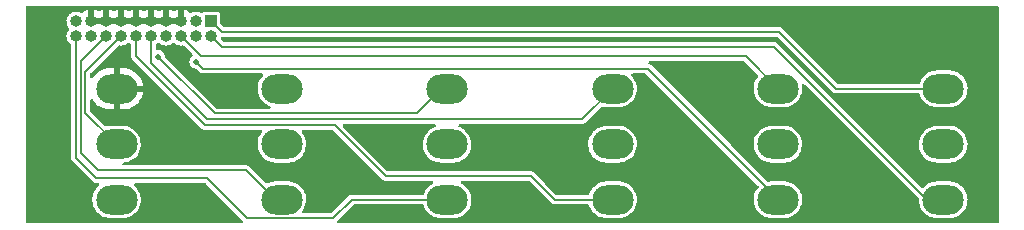
<source format=gbl>
%TF.GenerationSoftware,KiCad,Pcbnew,(6.0.11)*%
%TF.CreationDate,2023-08-12T22:25:01-04:00*%
%TF.ProjectId,FP_SW_rev_21,46505f53-575f-4726-9576-5f32312e6b69,rev?*%
%TF.SameCoordinates,Original*%
%TF.FileFunction,Copper,L2,Bot*%
%TF.FilePolarity,Positive*%
%FSLAX46Y46*%
G04 Gerber Fmt 4.6, Leading zero omitted, Abs format (unit mm)*
G04 Created by KiCad (PCBNEW (6.0.11)) date 2023-08-12 22:25:01*
%MOMM*%
%LPD*%
G01*
G04 APERTURE LIST*
%TA.AperFunction,ComponentPad*%
%ADD10R,1.000000X1.000000*%
%TD*%
%TA.AperFunction,ComponentPad*%
%ADD11O,1.000000X1.000000*%
%TD*%
%TA.AperFunction,ComponentPad*%
%ADD12O,3.500000X2.500000*%
%TD*%
%TA.AperFunction,ViaPad*%
%ADD13C,0.500000*%
%TD*%
%TA.AperFunction,Conductor*%
%ADD14C,0.200000*%
%TD*%
G04 APERTURE END LIST*
D10*
%TO.P,J1,1,Pin_1*%
%TO.N,/-20dB_SW__IN*%
X123000000Y-89575000D03*
D11*
%TO.P,J1,2,Pin_2*%
%TO.N,/+20dB_SW__IN*%
X123000000Y-90845000D03*
%TO.P,J1,3,Pin_3*%
%TO.N,/INPUT_HP_SW_IN*%
X121730000Y-89575000D03*
%TO.P,J1,4,Pin_4*%
%TO.N,/WB_SW__IN*%
X121730000Y-90845000D03*
%TO.P,J1,5,Pin_5*%
%TO.N,GND*%
X120460000Y-89575000D03*
%TO.P,J1,6,Pin_6*%
%TO.N,/10Hz_LP_SW__IN*%
X120460000Y-90845000D03*
%TO.P,J1,7,Pin_7*%
%TO.N,GND*%
X119190000Y-89575000D03*
%TO.P,J1,8,Pin_8*%
%TO.N,/10kHz_LP_SW__IN*%
X119190000Y-90845000D03*
%TO.P,J1,9,Pin_9*%
%TO.N,GND*%
X117920000Y-89575000D03*
%TO.P,J1,10,Pin_10*%
%TO.N,/0.1Hz_Fc_SW__IN*%
X117920000Y-90845000D03*
%TO.P,J1,11,Pin_11*%
%TO.N,GND*%
X116650000Y-89575000D03*
%TO.P,J1,12,Pin_12*%
%TO.N,/SETTLE_SW__IN*%
X116650000Y-90845000D03*
%TO.P,J1,13,Pin_13*%
%TO.N,GND*%
X115380000Y-89575000D03*
%TO.P,J1,14,Pin_14*%
%TO.N,/K1_SW__IN*%
X115380000Y-90845000D03*
%TO.P,J1,15,Pin_15*%
%TO.N,GND*%
X114110000Y-89575000D03*
%TO.P,J1,16,Pin_16*%
%TO.N,/K2_SW__IN*%
X114110000Y-90845000D03*
%TO.P,J1,17,Pin_17*%
%TO.N,GND*%
X112840000Y-89575000D03*
%TO.P,J1,18,Pin_18*%
%TO.N,/K3_SW__IN*%
X112840000Y-90845000D03*
%TO.P,J1,19,Pin_19*%
%TO.N,+3V3*%
X111570000Y-89575000D03*
%TO.P,J1,20,Pin_20*%
%TO.N,/K4_SW__IN*%
X111570000Y-90845000D03*
%TD*%
D12*
%TO.P,SW5,1,A*%
%TO.N,/WB_SW__IN*%
X171000000Y-104700000D03*
%TO.P,SW5,2,B*%
%TO.N,+3V3*%
X171000000Y-100000000D03*
%TO.P,SW5,3,C*%
%TO.N,/10Hz_LP_SW__IN*%
X171000000Y-95300000D03*
%TD*%
%TO.P,SW1,1,A*%
%TO.N,+3V3*%
X115000000Y-104700000D03*
%TO.P,SW1,2,B*%
%TO.N,/K1_SW__IN*%
X115000000Y-100000000D03*
%TO.P,SW1,3,C*%
%TO.N,GND*%
X115000000Y-95300000D03*
%TD*%
%TO.P,SW2,1,A*%
%TO.N,/K2_SW__IN*%
X129000000Y-104700000D03*
%TO.P,SW2,2,B*%
%TO.N,+3V3*%
X129000000Y-100000000D03*
%TO.P,SW2,3,C*%
%TO.N,/INPUT_HP_SW_IN*%
X129000000Y-95300000D03*
%TD*%
%TO.P,SW6,1,A*%
%TO.N,/+20dB_SW__IN*%
X185000000Y-104700000D03*
%TO.P,SW6,2,B*%
%TO.N,+3V3*%
X185000000Y-100000000D03*
%TO.P,SW6,3,C*%
%TO.N,/-20dB_SW__IN*%
X185000000Y-95300000D03*
%TD*%
%TO.P,SW3,1,A*%
%TO.N,/K4_SW__IN*%
X143000000Y-104700000D03*
%TO.P,SW3,2,B*%
%TO.N,+3V3*%
X143000000Y-100000000D03*
%TO.P,SW3,3,C*%
%TO.N,/K3_SW__IN*%
X143000000Y-95300000D03*
%TD*%
%TO.P,SW4,1,A*%
%TO.N,/SETTLE_SW__IN*%
X157000000Y-104700000D03*
%TO.P,SW4,2,B*%
%TO.N,+3V3*%
X157000000Y-100000000D03*
%TO.P,SW4,3,C*%
%TO.N,/0.1Hz_Fc_SW__IN*%
X157000000Y-95300000D03*
%TD*%
D13*
%TO.N,GND*%
X122000000Y-105600000D03*
X121000000Y-93700000D03*
X150100000Y-105600000D03*
X176200000Y-105600000D03*
X135900000Y-105600000D03*
%TO.N,/WB_SW__IN*%
X121730000Y-93030000D03*
%TO.N,/K3_SW__IN*%
X118549500Y-92600000D03*
%TD*%
D14*
%TO.N,/-20dB_SW__IN*%
X175900000Y-95300000D02*
X171100000Y-90500000D01*
X123925000Y-90500000D02*
X123000000Y-89575000D01*
X171100000Y-90500000D02*
X123925000Y-90500000D01*
X185000000Y-95300000D02*
X175900000Y-95300000D01*
%TO.N,/+20dB_SW__IN*%
X123925000Y-91770000D02*
X170670000Y-91770000D01*
X123000000Y-90845000D02*
X123925000Y-91770000D01*
X170670000Y-91770000D02*
X183600000Y-104700000D01*
%TO.N,/WB_SW__IN*%
X122300000Y-93600000D02*
X160000000Y-93600000D01*
X160000000Y-93600000D02*
X171000000Y-104600000D01*
X121730000Y-93030000D02*
X122300000Y-93600000D01*
%TO.N,/10Hz_LP_SW__IN*%
X168270000Y-92570000D02*
X171000000Y-95300000D01*
X122185000Y-92570000D02*
X168270000Y-92570000D01*
X120460000Y-90845000D02*
X122185000Y-92570000D01*
%TO.N,/0.1Hz_Fc_SW__IN*%
X117920000Y-93120000D02*
X122700000Y-97900000D01*
X154400000Y-97900000D02*
X157000000Y-95300000D01*
X117920000Y-90845000D02*
X117920000Y-93120000D01*
X122700000Y-97900000D02*
X154400000Y-97900000D01*
%TO.N,/SETTLE_SW__IN*%
X150100000Y-102700000D02*
X152100000Y-104700000D01*
X116650000Y-92550000D02*
X122500000Y-98400000D01*
X116650000Y-90845000D02*
X116650000Y-92550000D01*
X152100000Y-104700000D02*
X157000000Y-104700000D01*
X133500000Y-98400000D02*
X137800000Y-102700000D01*
X137800000Y-102700000D02*
X150100000Y-102700000D01*
X122500000Y-98400000D02*
X133500000Y-98400000D01*
%TO.N,/K4_SW__IN*%
X126050000Y-106250000D02*
X133350000Y-106250000D01*
X122700000Y-102900000D02*
X126050000Y-106250000D01*
X111570000Y-90845000D02*
X111570000Y-101170000D01*
X113300000Y-102900000D02*
X122700000Y-102900000D01*
X111570000Y-101170000D02*
X113300000Y-102900000D01*
X133350000Y-106250000D02*
X134900000Y-104700000D01*
X134900000Y-104700000D02*
X143000000Y-104700000D01*
%TO.N,/K3_SW__IN*%
X143000000Y-95300000D02*
X142500000Y-95300000D01*
X118549500Y-92649500D02*
X118549500Y-92600000D01*
X123300000Y-97400000D02*
X118549500Y-92649500D01*
X140400000Y-97400000D02*
X123300000Y-97400000D01*
X142500000Y-95300000D02*
X140400000Y-97400000D01*
%TO.N,/K2_SW__IN*%
X128500000Y-104700000D02*
X129000000Y-104700000D01*
X126000000Y-102200000D02*
X128500000Y-104700000D01*
X111969501Y-92985499D02*
X111969501Y-100769501D01*
X113400000Y-102200000D02*
X126000000Y-102200000D01*
X114110000Y-90845000D02*
X111969501Y-92985499D01*
X111969501Y-100769501D02*
X113400000Y-102200000D01*
%TO.N,/K1_SW__IN*%
X112369002Y-93855998D02*
X115380000Y-90845000D01*
X112369002Y-97369002D02*
X112369002Y-93855998D01*
X115000000Y-100000000D02*
X112369002Y-97369002D01*
%TD*%
%TA.AperFunction,Conductor*%
%TO.N,GND*%
G36*
X189641621Y-88320502D02*
G01*
X189688114Y-88374158D01*
X189699500Y-88426500D01*
X189699500Y-106573500D01*
X189679498Y-106641621D01*
X189625842Y-106688114D01*
X189573500Y-106699500D01*
X133771083Y-106699500D01*
X133702962Y-106679498D01*
X133656469Y-106625842D01*
X133646365Y-106555568D01*
X133675859Y-106490988D01*
X133681988Y-106484405D01*
X135028988Y-105137405D01*
X135091300Y-105103379D01*
X135118083Y-105100500D01*
X140906622Y-105100500D01*
X140974743Y-105120502D01*
X141021236Y-105174158D01*
X141027857Y-105192180D01*
X141042017Y-105242219D01*
X141147462Y-105468348D01*
X141287706Y-105674710D01*
X141459138Y-105855994D01*
X141657349Y-106007538D01*
X141877239Y-106125443D01*
X142113152Y-106206674D01*
X142241099Y-106228774D01*
X142355107Y-106248467D01*
X142355113Y-106248468D01*
X142359017Y-106249142D01*
X142362978Y-106249322D01*
X142362979Y-106249322D01*
X142387503Y-106250436D01*
X142387522Y-106250436D01*
X142388922Y-106250500D01*
X143562691Y-106250500D01*
X143565199Y-106250298D01*
X143565204Y-106250298D01*
X143743661Y-106235940D01*
X143743666Y-106235939D01*
X143748702Y-106235534D01*
X143753610Y-106234329D01*
X143753613Y-106234328D01*
X143986092Y-106177225D01*
X143991006Y-106176018D01*
X143995658Y-106174043D01*
X143995662Y-106174042D01*
X144216022Y-106080505D01*
X144216023Y-106080505D01*
X144220677Y-106078529D01*
X144431808Y-105945573D01*
X144529923Y-105859073D01*
X144615168Y-105783920D01*
X144615171Y-105783917D01*
X144618965Y-105780572D01*
X144777334Y-105587770D01*
X144902840Y-105372128D01*
X144992255Y-105139195D01*
X144996161Y-105120502D01*
X145042243Y-104899915D01*
X145043278Y-104894961D01*
X145054596Y-104645712D01*
X145046842Y-104578689D01*
X145026501Y-104402890D01*
X145025919Y-104397860D01*
X145009180Y-104338704D01*
X144959360Y-104162648D01*
X144957983Y-104157781D01*
X144895366Y-104023497D01*
X144854675Y-103936234D01*
X144854673Y-103936230D01*
X144852538Y-103931652D01*
X144712294Y-103725290D01*
X144597762Y-103604176D01*
X144544344Y-103547688D01*
X144544343Y-103547687D01*
X144540862Y-103544006D01*
X144342651Y-103392462D01*
X144240230Y-103337544D01*
X144189647Y-103287726D01*
X144174028Y-103218468D01*
X144198332Y-103151761D01*
X144254842Y-103108783D01*
X144299772Y-103100500D01*
X149881917Y-103100500D01*
X149950038Y-103120502D01*
X149971012Y-103137405D01*
X150986807Y-104153199D01*
X151861658Y-105028050D01*
X151870492Y-105032551D01*
X151870493Y-105032552D01*
X151881259Y-105038038D01*
X151898116Y-105048368D01*
X151907885Y-105055466D01*
X151907888Y-105055467D01*
X151915910Y-105061296D01*
X151936834Y-105068095D01*
X151955094Y-105075659D01*
X151965859Y-105081144D01*
X151965863Y-105081145D01*
X151974696Y-105085646D01*
X151984487Y-105087197D01*
X151984488Y-105087197D01*
X151996422Y-105089087D01*
X152015647Y-105093703D01*
X152027132Y-105097435D01*
X152027136Y-105097436D01*
X152036567Y-105100500D01*
X154906622Y-105100500D01*
X154974743Y-105120502D01*
X155021236Y-105174158D01*
X155027857Y-105192180D01*
X155042017Y-105242219D01*
X155147462Y-105468348D01*
X155287706Y-105674710D01*
X155459138Y-105855994D01*
X155657349Y-106007538D01*
X155877239Y-106125443D01*
X156113152Y-106206674D01*
X156241099Y-106228774D01*
X156355107Y-106248467D01*
X156355113Y-106248468D01*
X156359017Y-106249142D01*
X156362978Y-106249322D01*
X156362979Y-106249322D01*
X156387503Y-106250436D01*
X156387522Y-106250436D01*
X156388922Y-106250500D01*
X157562691Y-106250500D01*
X157565199Y-106250298D01*
X157565204Y-106250298D01*
X157743661Y-106235940D01*
X157743666Y-106235939D01*
X157748702Y-106235534D01*
X157753610Y-106234329D01*
X157753613Y-106234328D01*
X157986092Y-106177225D01*
X157991006Y-106176018D01*
X157995658Y-106174043D01*
X157995662Y-106174042D01*
X158216022Y-106080505D01*
X158216023Y-106080505D01*
X158220677Y-106078529D01*
X158431808Y-105945573D01*
X158529923Y-105859073D01*
X158615168Y-105783920D01*
X158615171Y-105783917D01*
X158618965Y-105780572D01*
X158777334Y-105587770D01*
X158902840Y-105372128D01*
X158992255Y-105139195D01*
X158996161Y-105120502D01*
X159042243Y-104899915D01*
X159043278Y-104894961D01*
X159054596Y-104645712D01*
X159046842Y-104578689D01*
X159026501Y-104402890D01*
X159025919Y-104397860D01*
X159009180Y-104338704D01*
X158959360Y-104162648D01*
X158957983Y-104157781D01*
X158895366Y-104023497D01*
X158854675Y-103936234D01*
X158854673Y-103936230D01*
X158852538Y-103931652D01*
X158712294Y-103725290D01*
X158597762Y-103604176D01*
X158544344Y-103547688D01*
X158544343Y-103547687D01*
X158540862Y-103544006D01*
X158342651Y-103392462D01*
X158122761Y-103274557D01*
X157886848Y-103193326D01*
X157758901Y-103171226D01*
X157644893Y-103151533D01*
X157644887Y-103151532D01*
X157640983Y-103150858D01*
X157637022Y-103150678D01*
X157637021Y-103150678D01*
X157612497Y-103149564D01*
X157612478Y-103149564D01*
X157611078Y-103149500D01*
X156437309Y-103149500D01*
X156434801Y-103149702D01*
X156434796Y-103149702D01*
X156256339Y-103164060D01*
X156256334Y-103164061D01*
X156251298Y-103164466D01*
X156246390Y-103165671D01*
X156246387Y-103165672D01*
X156031443Y-103218468D01*
X156008994Y-103223982D01*
X156004342Y-103225957D01*
X156004338Y-103225958D01*
X155793347Y-103315518D01*
X155779323Y-103321471D01*
X155568192Y-103454427D01*
X155564398Y-103457772D01*
X155384832Y-103616080D01*
X155384829Y-103616083D01*
X155381035Y-103619428D01*
X155222666Y-103812230D01*
X155097160Y-104027872D01*
X155095347Y-104032595D01*
X155095346Y-104032597D01*
X155023925Y-104218655D01*
X154980839Y-104275083D01*
X154914086Y-104299259D01*
X154906294Y-104299500D01*
X152318082Y-104299500D01*
X152249961Y-104279498D01*
X152228987Y-104262595D01*
X151303937Y-103337544D01*
X150360909Y-102394516D01*
X150360905Y-102394513D01*
X150338342Y-102371950D01*
X150318746Y-102361965D01*
X150301893Y-102351639D01*
X150284090Y-102338704D01*
X150263166Y-102331905D01*
X150244906Y-102324341D01*
X150234141Y-102318856D01*
X150234137Y-102318855D01*
X150225304Y-102314354D01*
X150215513Y-102312803D01*
X150215512Y-102312803D01*
X150203578Y-102310913D01*
X150184353Y-102306297D01*
X150172868Y-102302565D01*
X150172864Y-102302564D01*
X150163433Y-102299500D01*
X138018082Y-102299500D01*
X137949961Y-102279498D01*
X137928987Y-102262595D01*
X134181988Y-98515595D01*
X134147962Y-98453283D01*
X134153027Y-98382467D01*
X134195574Y-98325632D01*
X134262094Y-98300821D01*
X134271083Y-98300500D01*
X141916174Y-98300500D01*
X141984295Y-98320502D01*
X142030788Y-98374158D01*
X142040892Y-98444432D01*
X142011398Y-98509012D01*
X141965406Y-98542484D01*
X141779323Y-98621471D01*
X141568192Y-98754427D01*
X141564398Y-98757772D01*
X141384832Y-98916080D01*
X141384829Y-98916083D01*
X141381035Y-98919428D01*
X141377825Y-98923336D01*
X141377824Y-98923337D01*
X141356058Y-98949835D01*
X141222666Y-99112230D01*
X141097160Y-99327872D01*
X141007745Y-99560805D01*
X140956722Y-99805039D01*
X140945404Y-100054288D01*
X140974081Y-100302140D01*
X141042017Y-100542219D01*
X141147462Y-100768348D01*
X141287706Y-100974710D01*
X141459138Y-101155994D01*
X141463164Y-101159072D01*
X141463165Y-101159073D01*
X141652906Y-101304141D01*
X141657349Y-101307538D01*
X141877239Y-101425443D01*
X142113152Y-101506674D01*
X142241099Y-101528774D01*
X142355107Y-101548467D01*
X142355113Y-101548468D01*
X142359017Y-101549142D01*
X142362978Y-101549322D01*
X142362979Y-101549322D01*
X142387503Y-101550436D01*
X142387522Y-101550436D01*
X142388922Y-101550500D01*
X143562691Y-101550500D01*
X143565199Y-101550298D01*
X143565204Y-101550298D01*
X143743661Y-101535940D01*
X143743666Y-101535939D01*
X143748702Y-101535534D01*
X143753610Y-101534329D01*
X143753613Y-101534328D01*
X143986092Y-101477225D01*
X143991006Y-101476018D01*
X143995658Y-101474043D01*
X143995662Y-101474042D01*
X144216022Y-101380505D01*
X144216023Y-101380505D01*
X144220677Y-101378529D01*
X144431808Y-101245573D01*
X144529923Y-101159073D01*
X144615168Y-101083920D01*
X144615171Y-101083917D01*
X144618965Y-101080572D01*
X144777334Y-100887770D01*
X144902840Y-100672128D01*
X144929143Y-100603608D01*
X144990443Y-100443915D01*
X144992255Y-100439195D01*
X145043278Y-100194961D01*
X145049666Y-100054288D01*
X154945404Y-100054288D01*
X154974081Y-100302140D01*
X155042017Y-100542219D01*
X155147462Y-100768348D01*
X155287706Y-100974710D01*
X155459138Y-101155994D01*
X155463164Y-101159072D01*
X155463165Y-101159073D01*
X155652906Y-101304141D01*
X155657349Y-101307538D01*
X155877239Y-101425443D01*
X156113152Y-101506674D01*
X156241099Y-101528774D01*
X156355107Y-101548467D01*
X156355113Y-101548468D01*
X156359017Y-101549142D01*
X156362978Y-101549322D01*
X156362979Y-101549322D01*
X156387503Y-101550436D01*
X156387522Y-101550436D01*
X156388922Y-101550500D01*
X157562691Y-101550500D01*
X157565199Y-101550298D01*
X157565204Y-101550298D01*
X157743661Y-101535940D01*
X157743666Y-101535939D01*
X157748702Y-101535534D01*
X157753610Y-101534329D01*
X157753613Y-101534328D01*
X157986092Y-101477225D01*
X157991006Y-101476018D01*
X157995658Y-101474043D01*
X157995662Y-101474042D01*
X158216022Y-101380505D01*
X158216023Y-101380505D01*
X158220677Y-101378529D01*
X158431808Y-101245573D01*
X158529923Y-101159073D01*
X158615168Y-101083920D01*
X158615171Y-101083917D01*
X158618965Y-101080572D01*
X158777334Y-100887770D01*
X158902840Y-100672128D01*
X158929143Y-100603608D01*
X158990443Y-100443915D01*
X158992255Y-100439195D01*
X159043278Y-100194961D01*
X159054596Y-99945712D01*
X159025919Y-99697860D01*
X158957983Y-99457781D01*
X158852538Y-99231652D01*
X158712294Y-99025290D01*
X158540862Y-98844006D01*
X158464531Y-98785646D01*
X158346677Y-98695540D01*
X158346676Y-98695539D01*
X158342651Y-98692462D01*
X158122761Y-98574557D01*
X157886848Y-98493326D01*
X157758901Y-98471226D01*
X157644893Y-98451533D01*
X157644887Y-98451532D01*
X157640983Y-98450858D01*
X157637022Y-98450678D01*
X157637021Y-98450678D01*
X157612497Y-98449564D01*
X157612478Y-98449564D01*
X157611078Y-98449500D01*
X156437309Y-98449500D01*
X156434801Y-98449702D01*
X156434796Y-98449702D01*
X156256339Y-98464060D01*
X156256334Y-98464061D01*
X156251298Y-98464466D01*
X156246390Y-98465671D01*
X156246387Y-98465672D01*
X156016392Y-98522165D01*
X156008994Y-98523982D01*
X156004342Y-98525957D01*
X156004338Y-98525958D01*
X155783978Y-98619495D01*
X155779323Y-98621471D01*
X155568192Y-98754427D01*
X155564398Y-98757772D01*
X155384832Y-98916080D01*
X155384829Y-98916083D01*
X155381035Y-98919428D01*
X155377825Y-98923336D01*
X155377824Y-98923337D01*
X155356058Y-98949835D01*
X155222666Y-99112230D01*
X155097160Y-99327872D01*
X155007745Y-99560805D01*
X154956722Y-99805039D01*
X154945404Y-100054288D01*
X145049666Y-100054288D01*
X145054596Y-99945712D01*
X145025919Y-99697860D01*
X144957983Y-99457781D01*
X144852538Y-99231652D01*
X144712294Y-99025290D01*
X144540862Y-98844006D01*
X144464531Y-98785646D01*
X144346677Y-98695540D01*
X144346676Y-98695539D01*
X144342651Y-98692462D01*
X144122761Y-98574557D01*
X144038765Y-98545635D01*
X143980867Y-98504545D01*
X143954376Y-98438676D01*
X143967701Y-98368941D01*
X144016613Y-98317481D01*
X144079786Y-98300500D01*
X154463433Y-98300500D01*
X154472864Y-98297436D01*
X154472868Y-98297435D01*
X154484353Y-98293703D01*
X154503578Y-98289087D01*
X154515512Y-98287197D01*
X154515513Y-98287197D01*
X154525304Y-98285646D01*
X154534137Y-98281145D01*
X154534141Y-98281144D01*
X154544906Y-98275659D01*
X154563166Y-98268095D01*
X154584090Y-98261296D01*
X154601893Y-98248361D01*
X154618745Y-98238035D01*
X154629502Y-98232554D01*
X154638342Y-98228050D01*
X154660905Y-98205487D01*
X154660909Y-98205484D01*
X156021406Y-96844987D01*
X156083718Y-96810961D01*
X156131947Y-96809921D01*
X156355107Y-96848467D01*
X156355113Y-96848468D01*
X156359017Y-96849142D01*
X156362978Y-96849322D01*
X156362979Y-96849322D01*
X156387503Y-96850436D01*
X156387522Y-96850436D01*
X156388922Y-96850500D01*
X157562691Y-96850500D01*
X157565199Y-96850298D01*
X157565204Y-96850298D01*
X157743661Y-96835940D01*
X157743666Y-96835939D01*
X157748702Y-96835534D01*
X157753610Y-96834329D01*
X157753613Y-96834328D01*
X157986092Y-96777225D01*
X157991006Y-96776018D01*
X157995658Y-96774043D01*
X157995662Y-96774042D01*
X158216022Y-96680505D01*
X158216023Y-96680505D01*
X158220677Y-96678529D01*
X158431808Y-96545573D01*
X158529923Y-96459073D01*
X158615168Y-96383920D01*
X158615171Y-96383917D01*
X158618965Y-96380572D01*
X158777334Y-96187770D01*
X158902840Y-95972128D01*
X158905733Y-95964593D01*
X158990443Y-95743915D01*
X158992255Y-95739195D01*
X158996161Y-95720502D01*
X159042243Y-95499915D01*
X159043278Y-95494961D01*
X159054596Y-95245712D01*
X159025919Y-94997860D01*
X159010053Y-94941789D01*
X158959360Y-94762648D01*
X158957983Y-94757781D01*
X158852538Y-94531652D01*
X158712294Y-94325290D01*
X158606174Y-94213072D01*
X158573904Y-94149835D01*
X158580944Y-94079188D01*
X158625061Y-94023563D01*
X158697724Y-94000500D01*
X159781917Y-94000500D01*
X159850038Y-94020502D01*
X159871012Y-94037405D01*
X169332718Y-103499111D01*
X169366744Y-103561423D01*
X169361679Y-103632238D01*
X169340988Y-103668182D01*
X169222666Y-103812230D01*
X169097160Y-104027872D01*
X169007745Y-104260805D01*
X169006712Y-104265751D01*
X169006710Y-104265757D01*
X168983060Y-104378967D01*
X168956722Y-104505039D01*
X168956493Y-104510088D01*
X168956492Y-104510094D01*
X168951593Y-104617985D01*
X168945404Y-104754288D01*
X168974081Y-105002140D01*
X168975460Y-105007011D01*
X168975460Y-105007014D01*
X168991688Y-105064360D01*
X169042017Y-105242219D01*
X169147462Y-105468348D01*
X169287706Y-105674710D01*
X169459138Y-105855994D01*
X169657349Y-106007538D01*
X169877239Y-106125443D01*
X170113152Y-106206674D01*
X170241099Y-106228774D01*
X170355107Y-106248467D01*
X170355113Y-106248468D01*
X170359017Y-106249142D01*
X170362978Y-106249322D01*
X170362979Y-106249322D01*
X170387503Y-106250436D01*
X170387522Y-106250436D01*
X170388922Y-106250500D01*
X171562691Y-106250500D01*
X171565199Y-106250298D01*
X171565204Y-106250298D01*
X171743661Y-106235940D01*
X171743666Y-106235939D01*
X171748702Y-106235534D01*
X171753610Y-106234329D01*
X171753613Y-106234328D01*
X171986092Y-106177225D01*
X171991006Y-106176018D01*
X171995658Y-106174043D01*
X171995662Y-106174042D01*
X172216022Y-106080505D01*
X172216023Y-106080505D01*
X172220677Y-106078529D01*
X172431808Y-105945573D01*
X172529923Y-105859073D01*
X172615168Y-105783920D01*
X172615171Y-105783917D01*
X172618965Y-105780572D01*
X172777334Y-105587770D01*
X172902840Y-105372128D01*
X172992255Y-105139195D01*
X172996161Y-105120502D01*
X173042243Y-104899915D01*
X173043278Y-104894961D01*
X173054596Y-104645712D01*
X173046842Y-104578689D01*
X173026501Y-104402890D01*
X173025919Y-104397860D01*
X173009180Y-104338704D01*
X172959360Y-104162648D01*
X172957983Y-104157781D01*
X172895366Y-104023497D01*
X172854675Y-103936234D01*
X172854673Y-103936230D01*
X172852538Y-103931652D01*
X172712294Y-103725290D01*
X172597762Y-103604176D01*
X172544344Y-103547688D01*
X172544343Y-103547687D01*
X172540862Y-103544006D01*
X172342651Y-103392462D01*
X172122761Y-103274557D01*
X171886848Y-103193326D01*
X171758901Y-103171226D01*
X171644893Y-103151533D01*
X171644887Y-103151532D01*
X171640983Y-103150858D01*
X171637022Y-103150678D01*
X171637021Y-103150678D01*
X171612497Y-103149564D01*
X171612478Y-103149564D01*
X171611078Y-103149500D01*
X170437309Y-103149500D01*
X170434801Y-103149702D01*
X170434796Y-103149702D01*
X170376484Y-103154394D01*
X170251298Y-103164466D01*
X170246384Y-103165673D01*
X170246372Y-103165675D01*
X170223553Y-103171280D01*
X170152627Y-103168104D01*
X170104404Y-103138012D01*
X167020681Y-100054288D01*
X168945404Y-100054288D01*
X168974081Y-100302140D01*
X169042017Y-100542219D01*
X169147462Y-100768348D01*
X169287706Y-100974710D01*
X169459138Y-101155994D01*
X169463164Y-101159072D01*
X169463165Y-101159073D01*
X169652906Y-101304141D01*
X169657349Y-101307538D01*
X169877239Y-101425443D01*
X170113152Y-101506674D01*
X170241099Y-101528774D01*
X170355107Y-101548467D01*
X170355113Y-101548468D01*
X170359017Y-101549142D01*
X170362978Y-101549322D01*
X170362979Y-101549322D01*
X170387503Y-101550436D01*
X170387522Y-101550436D01*
X170388922Y-101550500D01*
X171562691Y-101550500D01*
X171565199Y-101550298D01*
X171565204Y-101550298D01*
X171743661Y-101535940D01*
X171743666Y-101535939D01*
X171748702Y-101535534D01*
X171753610Y-101534329D01*
X171753613Y-101534328D01*
X171986092Y-101477225D01*
X171991006Y-101476018D01*
X171995658Y-101474043D01*
X171995662Y-101474042D01*
X172216022Y-101380505D01*
X172216023Y-101380505D01*
X172220677Y-101378529D01*
X172431808Y-101245573D01*
X172529923Y-101159073D01*
X172615168Y-101083920D01*
X172615171Y-101083917D01*
X172618965Y-101080572D01*
X172777334Y-100887770D01*
X172902840Y-100672128D01*
X172929143Y-100603608D01*
X172990443Y-100443915D01*
X172992255Y-100439195D01*
X173043278Y-100194961D01*
X173054596Y-99945712D01*
X173025919Y-99697860D01*
X172957983Y-99457781D01*
X172852538Y-99231652D01*
X172712294Y-99025290D01*
X172540862Y-98844006D01*
X172464531Y-98785646D01*
X172346677Y-98695540D01*
X172346676Y-98695539D01*
X172342651Y-98692462D01*
X172122761Y-98574557D01*
X171886848Y-98493326D01*
X171758901Y-98471226D01*
X171644893Y-98451533D01*
X171644887Y-98451532D01*
X171640983Y-98450858D01*
X171637022Y-98450678D01*
X171637021Y-98450678D01*
X171612497Y-98449564D01*
X171612478Y-98449564D01*
X171611078Y-98449500D01*
X170437309Y-98449500D01*
X170434801Y-98449702D01*
X170434796Y-98449702D01*
X170256339Y-98464060D01*
X170256334Y-98464061D01*
X170251298Y-98464466D01*
X170246390Y-98465671D01*
X170246387Y-98465672D01*
X170016392Y-98522165D01*
X170008994Y-98523982D01*
X170004342Y-98525957D01*
X170004338Y-98525958D01*
X169783978Y-98619495D01*
X169779323Y-98621471D01*
X169568192Y-98754427D01*
X169564398Y-98757772D01*
X169384832Y-98916080D01*
X169384829Y-98916083D01*
X169381035Y-98919428D01*
X169377825Y-98923336D01*
X169377824Y-98923337D01*
X169356058Y-98949835D01*
X169222666Y-99112230D01*
X169097160Y-99327872D01*
X169007745Y-99560805D01*
X168956722Y-99805039D01*
X168945404Y-100054288D01*
X167020681Y-100054288D01*
X165206977Y-98240584D01*
X160260909Y-93294516D01*
X160260905Y-93294513D01*
X160238342Y-93271950D01*
X160218746Y-93261965D01*
X160201893Y-93251639D01*
X160184090Y-93238704D01*
X160163166Y-93231905D01*
X160144906Y-93224341D01*
X160134141Y-93218856D01*
X160134137Y-93218855D01*
X160125304Y-93214354D01*
X160122932Y-93213978D01*
X160067770Y-93176260D01*
X160040133Y-93110863D01*
X160052240Y-93040906D01*
X160100246Y-92988600D01*
X160165312Y-92970500D01*
X168051917Y-92970500D01*
X168120038Y-92990502D01*
X168141012Y-93007405D01*
X169287621Y-94154014D01*
X169321647Y-94216326D01*
X169316582Y-94287141D01*
X169295892Y-94323083D01*
X169222666Y-94412230D01*
X169097160Y-94627872D01*
X169007745Y-94860805D01*
X169006712Y-94865751D01*
X169006710Y-94865757D01*
X168972840Y-95027885D01*
X168956722Y-95105039D01*
X168945404Y-95354288D01*
X168974081Y-95602140D01*
X168975460Y-95607011D01*
X168975460Y-95607014D01*
X168991688Y-95664360D01*
X169042017Y-95842219D01*
X169147462Y-96068348D01*
X169287706Y-96274710D01*
X169459138Y-96455994D01*
X169463164Y-96459072D01*
X169463165Y-96459073D01*
X169653323Y-96604460D01*
X169657349Y-96607538D01*
X169877239Y-96725443D01*
X170113152Y-96806674D01*
X170241099Y-96828774D01*
X170355107Y-96848467D01*
X170355113Y-96848468D01*
X170359017Y-96849142D01*
X170362978Y-96849322D01*
X170362979Y-96849322D01*
X170387503Y-96850436D01*
X170387522Y-96850436D01*
X170388922Y-96850500D01*
X171562691Y-96850500D01*
X171565199Y-96850298D01*
X171565204Y-96850298D01*
X171743661Y-96835940D01*
X171743666Y-96835939D01*
X171748702Y-96835534D01*
X171753610Y-96834329D01*
X171753613Y-96834328D01*
X171986092Y-96777225D01*
X171991006Y-96776018D01*
X171995658Y-96774043D01*
X171995662Y-96774042D01*
X172216022Y-96680505D01*
X172216023Y-96680505D01*
X172220677Y-96678529D01*
X172431808Y-96545573D01*
X172529923Y-96459073D01*
X172615168Y-96383920D01*
X172615171Y-96383917D01*
X172618965Y-96380572D01*
X172777334Y-96187770D01*
X172902840Y-95972128D01*
X172905733Y-95964593D01*
X172990443Y-95743915D01*
X172992255Y-95739195D01*
X172996161Y-95720502D01*
X173042243Y-95499915D01*
X173043278Y-95494961D01*
X173054596Y-95245712D01*
X173027527Y-95011757D01*
X173039567Y-94941789D01*
X173087523Y-94889437D01*
X173156170Y-94871323D01*
X173223713Y-94893198D01*
X173241787Y-94908180D01*
X182912297Y-104578689D01*
X182946323Y-104641001D01*
X182949072Y-104673499D01*
X182945633Y-104749233D01*
X182945633Y-104749234D01*
X182945404Y-104754288D01*
X182974081Y-105002140D01*
X182975460Y-105007011D01*
X182975460Y-105007014D01*
X182991688Y-105064360D01*
X183042017Y-105242219D01*
X183147462Y-105468348D01*
X183287706Y-105674710D01*
X183459138Y-105855994D01*
X183657349Y-106007538D01*
X183877239Y-106125443D01*
X184113152Y-106206674D01*
X184241099Y-106228774D01*
X184355107Y-106248467D01*
X184355113Y-106248468D01*
X184359017Y-106249142D01*
X184362978Y-106249322D01*
X184362979Y-106249322D01*
X184387503Y-106250436D01*
X184387522Y-106250436D01*
X184388922Y-106250500D01*
X185562691Y-106250500D01*
X185565199Y-106250298D01*
X185565204Y-106250298D01*
X185743661Y-106235940D01*
X185743666Y-106235939D01*
X185748702Y-106235534D01*
X185753610Y-106234329D01*
X185753613Y-106234328D01*
X185986092Y-106177225D01*
X185991006Y-106176018D01*
X185995658Y-106174043D01*
X185995662Y-106174042D01*
X186216022Y-106080505D01*
X186216023Y-106080505D01*
X186220677Y-106078529D01*
X186431808Y-105945573D01*
X186529923Y-105859073D01*
X186615168Y-105783920D01*
X186615171Y-105783917D01*
X186618965Y-105780572D01*
X186777334Y-105587770D01*
X186902840Y-105372128D01*
X186992255Y-105139195D01*
X186996161Y-105120502D01*
X187042243Y-104899915D01*
X187043278Y-104894961D01*
X187054596Y-104645712D01*
X187046842Y-104578689D01*
X187026501Y-104402890D01*
X187025919Y-104397860D01*
X187009180Y-104338704D01*
X186959360Y-104162648D01*
X186957983Y-104157781D01*
X186895366Y-104023497D01*
X186854675Y-103936234D01*
X186854673Y-103936230D01*
X186852538Y-103931652D01*
X186712294Y-103725290D01*
X186597762Y-103604176D01*
X186544344Y-103547688D01*
X186544343Y-103547687D01*
X186540862Y-103544006D01*
X186342651Y-103392462D01*
X186122761Y-103274557D01*
X185886848Y-103193326D01*
X185758901Y-103171226D01*
X185644893Y-103151533D01*
X185644887Y-103151532D01*
X185640983Y-103150858D01*
X185637022Y-103150678D01*
X185637021Y-103150678D01*
X185612497Y-103149564D01*
X185612478Y-103149564D01*
X185611078Y-103149500D01*
X184437309Y-103149500D01*
X184434801Y-103149702D01*
X184434796Y-103149702D01*
X184256339Y-103164060D01*
X184256334Y-103164061D01*
X184251298Y-103164466D01*
X184246390Y-103165671D01*
X184246387Y-103165672D01*
X184031443Y-103218468D01*
X184008994Y-103223982D01*
X184004342Y-103225957D01*
X184004338Y-103225958D01*
X183793347Y-103315518D01*
X183779323Y-103321471D01*
X183568192Y-103454427D01*
X183564398Y-103457772D01*
X183384832Y-103616080D01*
X183384829Y-103616083D01*
X183381035Y-103619428D01*
X183377820Y-103623342D01*
X183377819Y-103623343D01*
X183336102Y-103674130D01*
X183277408Y-103714074D01*
X183206436Y-103715944D01*
X183149642Y-103683250D01*
X179520680Y-100054288D01*
X182945404Y-100054288D01*
X182974081Y-100302140D01*
X183042017Y-100542219D01*
X183147462Y-100768348D01*
X183287706Y-100974710D01*
X183459138Y-101155994D01*
X183463164Y-101159072D01*
X183463165Y-101159073D01*
X183652906Y-101304141D01*
X183657349Y-101307538D01*
X183877239Y-101425443D01*
X184113152Y-101506674D01*
X184241099Y-101528774D01*
X184355107Y-101548467D01*
X184355113Y-101548468D01*
X184359017Y-101549142D01*
X184362978Y-101549322D01*
X184362979Y-101549322D01*
X184387503Y-101550436D01*
X184387522Y-101550436D01*
X184388922Y-101550500D01*
X185562691Y-101550500D01*
X185565199Y-101550298D01*
X185565204Y-101550298D01*
X185743661Y-101535940D01*
X185743666Y-101535939D01*
X185748702Y-101535534D01*
X185753610Y-101534329D01*
X185753613Y-101534328D01*
X185986092Y-101477225D01*
X185991006Y-101476018D01*
X185995658Y-101474043D01*
X185995662Y-101474042D01*
X186216022Y-101380505D01*
X186216023Y-101380505D01*
X186220677Y-101378529D01*
X186431808Y-101245573D01*
X186529923Y-101159073D01*
X186615168Y-101083920D01*
X186615171Y-101083917D01*
X186618965Y-101080572D01*
X186777334Y-100887770D01*
X186902840Y-100672128D01*
X186929143Y-100603608D01*
X186990443Y-100443915D01*
X186992255Y-100439195D01*
X187043278Y-100194961D01*
X187054596Y-99945712D01*
X187025919Y-99697860D01*
X186957983Y-99457781D01*
X186852538Y-99231652D01*
X186712294Y-99025290D01*
X186540862Y-98844006D01*
X186464531Y-98785646D01*
X186346677Y-98695540D01*
X186346676Y-98695539D01*
X186342651Y-98692462D01*
X186122761Y-98574557D01*
X185886848Y-98493326D01*
X185758901Y-98471226D01*
X185644893Y-98451533D01*
X185644887Y-98451532D01*
X185640983Y-98450858D01*
X185637022Y-98450678D01*
X185637021Y-98450678D01*
X185612497Y-98449564D01*
X185612478Y-98449564D01*
X185611078Y-98449500D01*
X184437309Y-98449500D01*
X184434801Y-98449702D01*
X184434796Y-98449702D01*
X184256339Y-98464060D01*
X184256334Y-98464061D01*
X184251298Y-98464466D01*
X184246390Y-98465671D01*
X184246387Y-98465672D01*
X184016392Y-98522165D01*
X184008994Y-98523982D01*
X184004342Y-98525957D01*
X184004338Y-98525958D01*
X183783978Y-98619495D01*
X183779323Y-98621471D01*
X183568192Y-98754427D01*
X183564398Y-98757772D01*
X183384832Y-98916080D01*
X183384829Y-98916083D01*
X183381035Y-98919428D01*
X183377825Y-98923336D01*
X183377824Y-98923337D01*
X183356058Y-98949835D01*
X183222666Y-99112230D01*
X183097160Y-99327872D01*
X183007745Y-99560805D01*
X182956722Y-99805039D01*
X182945404Y-100054288D01*
X179520680Y-100054288D01*
X170930917Y-91464524D01*
X170930909Y-91464516D01*
X170930905Y-91464513D01*
X170908342Y-91441950D01*
X170888746Y-91431965D01*
X170871893Y-91421639D01*
X170854090Y-91408704D01*
X170833166Y-91401905D01*
X170814906Y-91394341D01*
X170804141Y-91388856D01*
X170804137Y-91388855D01*
X170795304Y-91384354D01*
X170785513Y-91382803D01*
X170785512Y-91382803D01*
X170773578Y-91380913D01*
X170754353Y-91376297D01*
X170742868Y-91372565D01*
X170742864Y-91372564D01*
X170733433Y-91369500D01*
X124143083Y-91369500D01*
X124074962Y-91349498D01*
X124053988Y-91332595D01*
X123836988Y-91115595D01*
X123802962Y-91053283D01*
X123808027Y-90982468D01*
X123850574Y-90925632D01*
X123917094Y-90900821D01*
X123926083Y-90900500D01*
X170881917Y-90900500D01*
X170950038Y-90920502D01*
X170971012Y-90937405D01*
X173272312Y-93238704D01*
X175661658Y-95628050D01*
X175670492Y-95632551D01*
X175670493Y-95632552D01*
X175681259Y-95638038D01*
X175698116Y-95648368D01*
X175707885Y-95655466D01*
X175707888Y-95655467D01*
X175715910Y-95661296D01*
X175736834Y-95668095D01*
X175755094Y-95675659D01*
X175765859Y-95681144D01*
X175765863Y-95681145D01*
X175774696Y-95685646D01*
X175784487Y-95687197D01*
X175784488Y-95687197D01*
X175796422Y-95689087D01*
X175815647Y-95693703D01*
X175827132Y-95697435D01*
X175827136Y-95697436D01*
X175836567Y-95700500D01*
X182906622Y-95700500D01*
X182974743Y-95720502D01*
X183021236Y-95774158D01*
X183027857Y-95792180D01*
X183042017Y-95842219D01*
X183147462Y-96068348D01*
X183287706Y-96274710D01*
X183459138Y-96455994D01*
X183463164Y-96459072D01*
X183463165Y-96459073D01*
X183653323Y-96604460D01*
X183657349Y-96607538D01*
X183877239Y-96725443D01*
X184113152Y-96806674D01*
X184241099Y-96828774D01*
X184355107Y-96848467D01*
X184355113Y-96848468D01*
X184359017Y-96849142D01*
X184362978Y-96849322D01*
X184362979Y-96849322D01*
X184387503Y-96850436D01*
X184387522Y-96850436D01*
X184388922Y-96850500D01*
X185562691Y-96850500D01*
X185565199Y-96850298D01*
X185565204Y-96850298D01*
X185743661Y-96835940D01*
X185743666Y-96835939D01*
X185748702Y-96835534D01*
X185753610Y-96834329D01*
X185753613Y-96834328D01*
X185986092Y-96777225D01*
X185991006Y-96776018D01*
X185995658Y-96774043D01*
X185995662Y-96774042D01*
X186216022Y-96680505D01*
X186216023Y-96680505D01*
X186220677Y-96678529D01*
X186431808Y-96545573D01*
X186529923Y-96459073D01*
X186615168Y-96383920D01*
X186615171Y-96383917D01*
X186618965Y-96380572D01*
X186777334Y-96187770D01*
X186902840Y-95972128D01*
X186905733Y-95964593D01*
X186990443Y-95743915D01*
X186992255Y-95739195D01*
X186996161Y-95720502D01*
X187042243Y-95499915D01*
X187043278Y-95494961D01*
X187054596Y-95245712D01*
X187025919Y-94997860D01*
X187010053Y-94941789D01*
X186959360Y-94762648D01*
X186957983Y-94757781D01*
X186852538Y-94531652D01*
X186712294Y-94325290D01*
X186540862Y-94144006D01*
X186383330Y-94023563D01*
X186346677Y-93995540D01*
X186346676Y-93995539D01*
X186342651Y-93992462D01*
X186122761Y-93874557D01*
X185886848Y-93793326D01*
X185758901Y-93771226D01*
X185644893Y-93751533D01*
X185644887Y-93751532D01*
X185640983Y-93750858D01*
X185637022Y-93750678D01*
X185637021Y-93750678D01*
X185612497Y-93749564D01*
X185612478Y-93749564D01*
X185611078Y-93749500D01*
X184437309Y-93749500D01*
X184434801Y-93749702D01*
X184434796Y-93749702D01*
X184256339Y-93764060D01*
X184256334Y-93764061D01*
X184251298Y-93764466D01*
X184246390Y-93765671D01*
X184246387Y-93765672D01*
X184074329Y-93807934D01*
X184008994Y-93823982D01*
X184004342Y-93825957D01*
X184004338Y-93825958D01*
X183783978Y-93919495D01*
X183779323Y-93921471D01*
X183568192Y-94054427D01*
X183564398Y-94057772D01*
X183384832Y-94216080D01*
X183384829Y-94216083D01*
X183381035Y-94219428D01*
X183377825Y-94223336D01*
X183377824Y-94223337D01*
X183352180Y-94254556D01*
X183222666Y-94412230D01*
X183097160Y-94627872D01*
X183095347Y-94632595D01*
X183095346Y-94632597D01*
X183023925Y-94818655D01*
X182980839Y-94875083D01*
X182914086Y-94899259D01*
X182906294Y-94899500D01*
X176118082Y-94899500D01*
X176049961Y-94879498D01*
X176028987Y-94862595D01*
X171360917Y-90194524D01*
X171360909Y-90194516D01*
X171360905Y-90194513D01*
X171338342Y-90171950D01*
X171318746Y-90161965D01*
X171301893Y-90151639D01*
X171284090Y-90138704D01*
X171263166Y-90131905D01*
X171244906Y-90124341D01*
X171234141Y-90118856D01*
X171234137Y-90118855D01*
X171225304Y-90114354D01*
X171215513Y-90112803D01*
X171215512Y-90112803D01*
X171203578Y-90110913D01*
X171184353Y-90106297D01*
X171172868Y-90102565D01*
X171172864Y-90102564D01*
X171163433Y-90099500D01*
X124143083Y-90099500D01*
X124074962Y-90079498D01*
X124053988Y-90062595D01*
X123837405Y-89846012D01*
X123803379Y-89783700D01*
X123800500Y-89756917D01*
X123800500Y-89030354D01*
X123797382Y-89004154D01*
X123768978Y-88940206D01*
X123756663Y-88912482D01*
X123751939Y-88901847D01*
X123672713Y-88822759D01*
X123662076Y-88818056D01*
X123662074Y-88818055D01*
X123599741Y-88790498D01*
X123570327Y-88777494D01*
X123544646Y-88774500D01*
X122455354Y-88774500D01*
X122451650Y-88774941D01*
X122451647Y-88774941D01*
X122444254Y-88775821D01*
X122429154Y-88777618D01*
X122420514Y-88781456D01*
X122420513Y-88781456D01*
X122338117Y-88818055D01*
X122326847Y-88823061D01*
X122318628Y-88831294D01*
X122318627Y-88831295D01*
X122286659Y-88863319D01*
X122224376Y-88897398D01*
X122153556Y-88892395D01*
X122129972Y-88880686D01*
X122127957Y-88879407D01*
X122083136Y-88850963D01*
X122027009Y-88830977D01*
X121920586Y-88793081D01*
X121920581Y-88793080D01*
X121913951Y-88790719D01*
X121906965Y-88789886D01*
X121906961Y-88789885D01*
X121777933Y-88774500D01*
X121735624Y-88769455D01*
X121728621Y-88770191D01*
X121728620Y-88770191D01*
X121564025Y-88787490D01*
X121564021Y-88787491D01*
X121557017Y-88788227D01*
X121550346Y-88790498D01*
X121393677Y-88843832D01*
X121393674Y-88843833D01*
X121387007Y-88846103D01*
X121381009Y-88849793D01*
X121381007Y-88849794D01*
X121332872Y-88879407D01*
X121264371Y-88898065D01*
X121196657Y-88876726D01*
X121177443Y-88860872D01*
X121173958Y-88857362D01*
X121031144Y-88739216D01*
X121020973Y-88732356D01*
X120857924Y-88644196D01*
X120846619Y-88639444D01*
X120731308Y-88603750D01*
X120717205Y-88603544D01*
X120714000Y-88610299D01*
X120714000Y-89703000D01*
X120693998Y-89771121D01*
X120640342Y-89817614D01*
X120588000Y-89829000D01*
X112712000Y-89829000D01*
X112643879Y-89808998D01*
X112597386Y-89755342D01*
X112586000Y-89703000D01*
X112586000Y-89302885D01*
X113094000Y-89302885D01*
X113098475Y-89318124D01*
X113099865Y-89319329D01*
X113107548Y-89321000D01*
X113837885Y-89321000D01*
X113853124Y-89316525D01*
X113854329Y-89315135D01*
X113856000Y-89307452D01*
X113856000Y-89302885D01*
X114364000Y-89302885D01*
X114368475Y-89318124D01*
X114369865Y-89319329D01*
X114377548Y-89321000D01*
X115107885Y-89321000D01*
X115123124Y-89316525D01*
X115124329Y-89315135D01*
X115126000Y-89307452D01*
X115126000Y-89302885D01*
X115634000Y-89302885D01*
X115638475Y-89318124D01*
X115639865Y-89319329D01*
X115647548Y-89321000D01*
X116377885Y-89321000D01*
X116393124Y-89316525D01*
X116394329Y-89315135D01*
X116396000Y-89307452D01*
X116396000Y-89302885D01*
X116904000Y-89302885D01*
X116908475Y-89318124D01*
X116909865Y-89319329D01*
X116917548Y-89321000D01*
X117647885Y-89321000D01*
X117663124Y-89316525D01*
X117664329Y-89315135D01*
X117666000Y-89307452D01*
X117666000Y-89302885D01*
X118174000Y-89302885D01*
X118178475Y-89318124D01*
X118179865Y-89319329D01*
X118187548Y-89321000D01*
X118917885Y-89321000D01*
X118933124Y-89316525D01*
X118934329Y-89315135D01*
X118936000Y-89307452D01*
X118936000Y-89302885D01*
X119444000Y-89302885D01*
X119448475Y-89318124D01*
X119449865Y-89319329D01*
X119457548Y-89321000D01*
X120187885Y-89321000D01*
X120203124Y-89316525D01*
X120204329Y-89315135D01*
X120206000Y-89307452D01*
X120206000Y-88617076D01*
X120202027Y-88603545D01*
X120194232Y-88602425D01*
X120086479Y-88634138D01*
X120075111Y-88638731D01*
X119910846Y-88724607D01*
X119895426Y-88734697D01*
X119894095Y-88732663D01*
X119838357Y-88755653D01*
X119768508Y-88742943D01*
X119754617Y-88734814D01*
X119750971Y-88732355D01*
X119587924Y-88644196D01*
X119576619Y-88639444D01*
X119461308Y-88603750D01*
X119447205Y-88603544D01*
X119444000Y-88610299D01*
X119444000Y-89302885D01*
X118936000Y-89302885D01*
X118936000Y-88617076D01*
X118932027Y-88603545D01*
X118924232Y-88602425D01*
X118816479Y-88634138D01*
X118805111Y-88638731D01*
X118640846Y-88724607D01*
X118625426Y-88734697D01*
X118624095Y-88732663D01*
X118568357Y-88755653D01*
X118498508Y-88742943D01*
X118484617Y-88734814D01*
X118480971Y-88732355D01*
X118317924Y-88644196D01*
X118306619Y-88639444D01*
X118191308Y-88603750D01*
X118177205Y-88603544D01*
X118174000Y-88610299D01*
X118174000Y-89302885D01*
X117666000Y-89302885D01*
X117666000Y-88617076D01*
X117662027Y-88603545D01*
X117654232Y-88602425D01*
X117546479Y-88634138D01*
X117535111Y-88638731D01*
X117370846Y-88724607D01*
X117355426Y-88734697D01*
X117354095Y-88732663D01*
X117298357Y-88755653D01*
X117228508Y-88742943D01*
X117214617Y-88734814D01*
X117210971Y-88732355D01*
X117047924Y-88644196D01*
X117036619Y-88639444D01*
X116921308Y-88603750D01*
X116907205Y-88603544D01*
X116904000Y-88610299D01*
X116904000Y-89302885D01*
X116396000Y-89302885D01*
X116396000Y-88617076D01*
X116392027Y-88603545D01*
X116384232Y-88602425D01*
X116276479Y-88634138D01*
X116265111Y-88638731D01*
X116100846Y-88724607D01*
X116085426Y-88734697D01*
X116084095Y-88732663D01*
X116028357Y-88755653D01*
X115958508Y-88742943D01*
X115944617Y-88734814D01*
X115940971Y-88732355D01*
X115777924Y-88644196D01*
X115766619Y-88639444D01*
X115651308Y-88603750D01*
X115637205Y-88603544D01*
X115634000Y-88610299D01*
X115634000Y-89302885D01*
X115126000Y-89302885D01*
X115126000Y-88617076D01*
X115122027Y-88603545D01*
X115114232Y-88602425D01*
X115006479Y-88634138D01*
X114995111Y-88638731D01*
X114830846Y-88724607D01*
X114815426Y-88734697D01*
X114814095Y-88732663D01*
X114758357Y-88755653D01*
X114688508Y-88742943D01*
X114674617Y-88734814D01*
X114670971Y-88732355D01*
X114507924Y-88644196D01*
X114496619Y-88639444D01*
X114381308Y-88603750D01*
X114367205Y-88603544D01*
X114364000Y-88610299D01*
X114364000Y-89302885D01*
X113856000Y-89302885D01*
X113856000Y-88617076D01*
X113852027Y-88603545D01*
X113844232Y-88602425D01*
X113736479Y-88634138D01*
X113725111Y-88638731D01*
X113560846Y-88724607D01*
X113545426Y-88734697D01*
X113544095Y-88732663D01*
X113488357Y-88755653D01*
X113418508Y-88742943D01*
X113404617Y-88734814D01*
X113400971Y-88732355D01*
X113237924Y-88644196D01*
X113226619Y-88639444D01*
X113111308Y-88603750D01*
X113097205Y-88603544D01*
X113094000Y-88610299D01*
X113094000Y-89302885D01*
X112586000Y-89302885D01*
X112586000Y-88617076D01*
X112582027Y-88603545D01*
X112574232Y-88602425D01*
X112466479Y-88634138D01*
X112455111Y-88638731D01*
X112290846Y-88724607D01*
X112280585Y-88731321D01*
X112136127Y-88847468D01*
X112122963Y-88860359D01*
X112121292Y-88858652D01*
X112070995Y-88892125D01*
X112000007Y-88893262D01*
X111966051Y-88878198D01*
X111923136Y-88850963D01*
X111867009Y-88830977D01*
X111760586Y-88793081D01*
X111760581Y-88793080D01*
X111753951Y-88790719D01*
X111746965Y-88789886D01*
X111746961Y-88789885D01*
X111617933Y-88774500D01*
X111575624Y-88769455D01*
X111568621Y-88770191D01*
X111568620Y-88770191D01*
X111404025Y-88787490D01*
X111404021Y-88787491D01*
X111397017Y-88788227D01*
X111390346Y-88790498D01*
X111233677Y-88843832D01*
X111233674Y-88843833D01*
X111227007Y-88846103D01*
X111221009Y-88849793D01*
X111221007Y-88849794D01*
X111206609Y-88858652D01*
X111074045Y-88940206D01*
X111069014Y-88945132D01*
X111069011Y-88945135D01*
X111017567Y-88995513D01*
X110945732Y-89065859D01*
X110941913Y-89071784D01*
X110941912Y-89071786D01*
X110852265Y-89210891D01*
X110848446Y-89216817D01*
X110787022Y-89385578D01*
X110764514Y-89563753D01*
X110765201Y-89570760D01*
X110765201Y-89570763D01*
X110767822Y-89597493D01*
X110782039Y-89742486D01*
X110784262Y-89749168D01*
X110784262Y-89749169D01*
X110804201Y-89809107D01*
X110838726Y-89912896D01*
X110842373Y-89918918D01*
X110915373Y-90039455D01*
X110931759Y-90066512D01*
X110985317Y-90121972D01*
X111018249Y-90184868D01*
X111011950Y-90255584D01*
X110982838Y-90299522D01*
X110945732Y-90335859D01*
X110941913Y-90341784D01*
X110941912Y-90341786D01*
X110935631Y-90351532D01*
X110848446Y-90486817D01*
X110787022Y-90655578D01*
X110764514Y-90833753D01*
X110782039Y-91012486D01*
X110784262Y-91019168D01*
X110784262Y-91019169D01*
X110792967Y-91045336D01*
X110838726Y-91182896D01*
X110931759Y-91336512D01*
X110936648Y-91341575D01*
X110936649Y-91341576D01*
X110996475Y-91403527D01*
X111056514Y-91465699D01*
X111062410Y-91469557D01*
X111062411Y-91469558D01*
X111112493Y-91502331D01*
X111158542Y-91556369D01*
X111169500Y-91607763D01*
X111169500Y-101233433D01*
X111172564Y-101242864D01*
X111172565Y-101242868D01*
X111176297Y-101254353D01*
X111180913Y-101273578D01*
X111184354Y-101295304D01*
X111188855Y-101304137D01*
X111188856Y-101304141D01*
X111194341Y-101314906D01*
X111201905Y-101333166D01*
X111208704Y-101354090D01*
X111221639Y-101371893D01*
X111231965Y-101388745D01*
X111241950Y-101408342D01*
X111264513Y-101430905D01*
X111264516Y-101430909D01*
X112971950Y-103138342D01*
X113061658Y-103228050D01*
X113070492Y-103232551D01*
X113070493Y-103232552D01*
X113081259Y-103238038D01*
X113098116Y-103248368D01*
X113115910Y-103261296D01*
X113136832Y-103268094D01*
X113155093Y-103275658D01*
X113165861Y-103281145D01*
X113165865Y-103281146D01*
X113174696Y-103285646D01*
X113184485Y-103287197D01*
X113184493Y-103287199D01*
X113196427Y-103289089D01*
X113215647Y-103293703D01*
X113227133Y-103297435D01*
X113227140Y-103297436D01*
X113236567Y-103300499D01*
X113268477Y-103300499D01*
X113268481Y-103300500D01*
X113409339Y-103300500D01*
X113477460Y-103320502D01*
X113523953Y-103374158D01*
X113534057Y-103444432D01*
X113504563Y-103509012D01*
X113492664Y-103521014D01*
X113384832Y-103616080D01*
X113384829Y-103616083D01*
X113381035Y-103619428D01*
X113222666Y-103812230D01*
X113097160Y-104027872D01*
X113007745Y-104260805D01*
X113006712Y-104265751D01*
X113006710Y-104265757D01*
X112983060Y-104378967D01*
X112956722Y-104505039D01*
X112956493Y-104510088D01*
X112956492Y-104510094D01*
X112951593Y-104617985D01*
X112945404Y-104754288D01*
X112974081Y-105002140D01*
X112975460Y-105007011D01*
X112975460Y-105007014D01*
X112991688Y-105064360D01*
X113042017Y-105242219D01*
X113147462Y-105468348D01*
X113287706Y-105674710D01*
X113459138Y-105855994D01*
X113657349Y-106007538D01*
X113877239Y-106125443D01*
X114113152Y-106206674D01*
X114241099Y-106228774D01*
X114355107Y-106248467D01*
X114355113Y-106248468D01*
X114359017Y-106249142D01*
X114362978Y-106249322D01*
X114362979Y-106249322D01*
X114387503Y-106250436D01*
X114387522Y-106250436D01*
X114388922Y-106250500D01*
X115562691Y-106250500D01*
X115565199Y-106250298D01*
X115565204Y-106250298D01*
X115743661Y-106235940D01*
X115743666Y-106235939D01*
X115748702Y-106235534D01*
X115753610Y-106234329D01*
X115753613Y-106234328D01*
X115986092Y-106177225D01*
X115991006Y-106176018D01*
X115995658Y-106174043D01*
X115995662Y-106174042D01*
X116216022Y-106080505D01*
X116216023Y-106080505D01*
X116220677Y-106078529D01*
X116431808Y-105945573D01*
X116529923Y-105859073D01*
X116615168Y-105783920D01*
X116615171Y-105783917D01*
X116618965Y-105780572D01*
X116777334Y-105587770D01*
X116902840Y-105372128D01*
X116992255Y-105139195D01*
X116996161Y-105120502D01*
X117042243Y-104899915D01*
X117043278Y-104894961D01*
X117054596Y-104645712D01*
X117046842Y-104578689D01*
X117026501Y-104402890D01*
X117025919Y-104397860D01*
X117009180Y-104338704D01*
X116959360Y-104162648D01*
X116957983Y-104157781D01*
X116895366Y-104023497D01*
X116854675Y-103936234D01*
X116854673Y-103936230D01*
X116852538Y-103931652D01*
X116712294Y-103725290D01*
X116597762Y-103604176D01*
X116544344Y-103547688D01*
X116544343Y-103547687D01*
X116540862Y-103544006D01*
X116518089Y-103526595D01*
X116476123Y-103469331D01*
X116471778Y-103398467D01*
X116506434Y-103336504D01*
X116569089Y-103303114D01*
X116594620Y-103300500D01*
X122481917Y-103300500D01*
X122550038Y-103320502D01*
X122571012Y-103337405D01*
X125718013Y-106484405D01*
X125752039Y-106546717D01*
X125746974Y-106617532D01*
X125704427Y-106674368D01*
X125637907Y-106699179D01*
X125628918Y-106699500D01*
X107426500Y-106699500D01*
X107358379Y-106679498D01*
X107311886Y-106625842D01*
X107300500Y-106573500D01*
X107300500Y-88426500D01*
X107320502Y-88358379D01*
X107374158Y-88311886D01*
X107426500Y-88300500D01*
X189573500Y-88300500D01*
X189641621Y-88320502D01*
G37*
%TD.AperFunction*%
%TA.AperFunction,Conductor*%
G36*
X116061150Y-91403527D02*
G01*
X116104882Y-91432944D01*
X116136514Y-91465699D01*
X116142410Y-91469557D01*
X116142411Y-91469558D01*
X116192493Y-91502331D01*
X116238542Y-91556369D01*
X116249500Y-91607763D01*
X116249500Y-92613433D01*
X116252564Y-92622864D01*
X116252565Y-92622868D01*
X116256297Y-92634353D01*
X116260913Y-92653578D01*
X116264354Y-92675304D01*
X116268855Y-92684137D01*
X116268856Y-92684141D01*
X116274341Y-92694906D01*
X116281905Y-92713166D01*
X116288704Y-92734090D01*
X116301639Y-92751893D01*
X116311965Y-92768745D01*
X116321950Y-92788342D01*
X116344513Y-92810905D01*
X116344516Y-92810909D01*
X122171950Y-98638342D01*
X122261658Y-98728050D01*
X122270492Y-98732551D01*
X122270493Y-98732552D01*
X122281259Y-98738038D01*
X122298116Y-98748368D01*
X122315910Y-98761296D01*
X122336832Y-98768094D01*
X122355093Y-98775658D01*
X122365861Y-98781145D01*
X122365865Y-98781146D01*
X122374696Y-98785646D01*
X122384485Y-98787197D01*
X122384493Y-98787199D01*
X122396427Y-98789089D01*
X122415647Y-98793703D01*
X122427133Y-98797435D01*
X122427140Y-98797436D01*
X122436567Y-98800499D01*
X122468477Y-98800499D01*
X122468481Y-98800500D01*
X127212168Y-98800500D01*
X127280289Y-98820502D01*
X127326782Y-98874158D01*
X127336886Y-98944432D01*
X127309533Y-99006476D01*
X127222666Y-99112230D01*
X127097160Y-99327872D01*
X127007745Y-99560805D01*
X126956722Y-99805039D01*
X126945404Y-100054288D01*
X126974081Y-100302140D01*
X127042017Y-100542219D01*
X127147462Y-100768348D01*
X127287706Y-100974710D01*
X127459138Y-101155994D01*
X127463164Y-101159072D01*
X127463165Y-101159073D01*
X127652906Y-101304141D01*
X127657349Y-101307538D01*
X127877239Y-101425443D01*
X128113152Y-101506674D01*
X128241099Y-101528774D01*
X128355107Y-101548467D01*
X128355113Y-101548468D01*
X128359017Y-101549142D01*
X128362978Y-101549322D01*
X128362979Y-101549322D01*
X128387503Y-101550436D01*
X128387522Y-101550436D01*
X128388922Y-101550500D01*
X129562691Y-101550500D01*
X129565199Y-101550298D01*
X129565204Y-101550298D01*
X129743661Y-101535940D01*
X129743666Y-101535939D01*
X129748702Y-101535534D01*
X129753610Y-101534329D01*
X129753613Y-101534328D01*
X129986092Y-101477225D01*
X129991006Y-101476018D01*
X129995658Y-101474043D01*
X129995662Y-101474042D01*
X130216022Y-101380505D01*
X130216023Y-101380505D01*
X130220677Y-101378529D01*
X130431808Y-101245573D01*
X130529923Y-101159073D01*
X130615168Y-101083920D01*
X130615171Y-101083917D01*
X130618965Y-101080572D01*
X130777334Y-100887770D01*
X130902840Y-100672128D01*
X130929143Y-100603608D01*
X130990443Y-100443915D01*
X130992255Y-100439195D01*
X131043278Y-100194961D01*
X131054596Y-99945712D01*
X131025919Y-99697860D01*
X130957983Y-99457781D01*
X130852538Y-99231652D01*
X130712294Y-99025290D01*
X130700739Y-99013071D01*
X130668469Y-98949835D01*
X130675509Y-98879188D01*
X130719626Y-98823563D01*
X130792289Y-98800500D01*
X133281917Y-98800500D01*
X133350038Y-98820502D01*
X133371012Y-98837405D01*
X135425284Y-100891676D01*
X137561658Y-103028050D01*
X137570492Y-103032551D01*
X137570493Y-103032552D01*
X137581259Y-103038038D01*
X137598116Y-103048368D01*
X137615910Y-103061296D01*
X137636832Y-103068094D01*
X137655093Y-103075658D01*
X137665861Y-103081145D01*
X137665865Y-103081146D01*
X137674696Y-103085646D01*
X137684485Y-103087197D01*
X137684493Y-103087199D01*
X137696427Y-103089089D01*
X137715647Y-103093703D01*
X137727133Y-103097435D01*
X137727140Y-103097436D01*
X137736567Y-103100499D01*
X137768477Y-103100499D01*
X137768481Y-103100500D01*
X141693683Y-103100500D01*
X141761804Y-103120502D01*
X141808297Y-103174158D01*
X141818401Y-103244432D01*
X141788907Y-103309012D01*
X141760826Y-103333119D01*
X141568192Y-103454427D01*
X141564398Y-103457772D01*
X141384832Y-103616080D01*
X141384829Y-103616083D01*
X141381035Y-103619428D01*
X141222666Y-103812230D01*
X141097160Y-104027872D01*
X141095347Y-104032595D01*
X141095346Y-104032597D01*
X141023925Y-104218655D01*
X140980839Y-104275083D01*
X140914086Y-104299259D01*
X140906294Y-104299500D01*
X134836567Y-104299500D01*
X134827136Y-104302564D01*
X134827132Y-104302565D01*
X134815647Y-104306297D01*
X134796422Y-104310913D01*
X134784488Y-104312803D01*
X134784487Y-104312803D01*
X134774696Y-104314354D01*
X134765863Y-104318855D01*
X134765859Y-104318856D01*
X134755094Y-104324341D01*
X134736834Y-104331905D01*
X134715910Y-104338704D01*
X134698107Y-104351639D01*
X134681254Y-104361965D01*
X134661658Y-104371950D01*
X134639095Y-104394513D01*
X134639091Y-104394516D01*
X133221012Y-105812595D01*
X133158700Y-105846621D01*
X133131917Y-105849500D01*
X130828902Y-105849500D01*
X130760781Y-105829498D01*
X130714288Y-105775842D01*
X130704184Y-105705568D01*
X130731538Y-105643524D01*
X130774120Y-105591684D01*
X130774125Y-105591676D01*
X130777334Y-105587770D01*
X130902840Y-105372128D01*
X130992255Y-105139195D01*
X130996161Y-105120502D01*
X131042243Y-104899915D01*
X131043278Y-104894961D01*
X131054596Y-104645712D01*
X131046842Y-104578689D01*
X131026501Y-104402890D01*
X131025919Y-104397860D01*
X131009180Y-104338704D01*
X130959360Y-104162648D01*
X130957983Y-104157781D01*
X130895366Y-104023497D01*
X130854675Y-103936234D01*
X130854673Y-103936230D01*
X130852538Y-103931652D01*
X130712294Y-103725290D01*
X130597762Y-103604176D01*
X130544344Y-103547688D01*
X130544343Y-103547687D01*
X130540862Y-103544006D01*
X130342651Y-103392462D01*
X130122761Y-103274557D01*
X129886848Y-103193326D01*
X129758901Y-103171226D01*
X129644893Y-103151533D01*
X129644887Y-103151532D01*
X129640983Y-103150858D01*
X129637022Y-103150678D01*
X129637021Y-103150678D01*
X129612497Y-103149564D01*
X129612478Y-103149564D01*
X129611078Y-103149500D01*
X128437309Y-103149500D01*
X128434801Y-103149702D01*
X128434796Y-103149702D01*
X128256339Y-103164060D01*
X128256334Y-103164061D01*
X128251298Y-103164466D01*
X128246390Y-103165671D01*
X128246387Y-103165672D01*
X128031443Y-103218468D01*
X128008994Y-103223982D01*
X128004342Y-103225957D01*
X128004338Y-103225958D01*
X127951544Y-103248368D01*
X127793347Y-103315518D01*
X127722828Y-103323723D01*
X127655022Y-103288629D01*
X126260909Y-101894516D01*
X126260905Y-101894513D01*
X126238342Y-101871950D01*
X126218746Y-101861965D01*
X126201893Y-101851639D01*
X126184090Y-101838704D01*
X126163166Y-101831905D01*
X126144906Y-101824341D01*
X126134141Y-101818856D01*
X126134137Y-101818855D01*
X126125304Y-101814354D01*
X126115513Y-101812803D01*
X126115512Y-101812803D01*
X126103578Y-101810913D01*
X126084353Y-101806297D01*
X126072868Y-101802565D01*
X126072864Y-101802564D01*
X126063433Y-101799500D01*
X115605037Y-101799500D01*
X115536916Y-101779498D01*
X115490423Y-101725842D01*
X115480319Y-101655568D01*
X115509813Y-101590988D01*
X115569539Y-101552604D01*
X115594932Y-101547906D01*
X115743661Y-101535940D01*
X115743666Y-101535939D01*
X115748702Y-101535534D01*
X115753610Y-101534329D01*
X115753613Y-101534328D01*
X115986092Y-101477225D01*
X115991006Y-101476018D01*
X115995658Y-101474043D01*
X115995662Y-101474042D01*
X116216022Y-101380505D01*
X116216023Y-101380505D01*
X116220677Y-101378529D01*
X116431808Y-101245573D01*
X116529923Y-101159073D01*
X116615168Y-101083920D01*
X116615171Y-101083917D01*
X116618965Y-101080572D01*
X116777334Y-100887770D01*
X116902840Y-100672128D01*
X116929143Y-100603608D01*
X116990443Y-100443915D01*
X116992255Y-100439195D01*
X117043278Y-100194961D01*
X117054596Y-99945712D01*
X117025919Y-99697860D01*
X116957983Y-99457781D01*
X116852538Y-99231652D01*
X116712294Y-99025290D01*
X116540862Y-98844006D01*
X116464531Y-98785646D01*
X116346677Y-98695540D01*
X116346676Y-98695539D01*
X116342651Y-98692462D01*
X116122761Y-98574557D01*
X115886848Y-98493326D01*
X115758901Y-98471226D01*
X115644893Y-98451533D01*
X115644887Y-98451532D01*
X115640983Y-98450858D01*
X115637022Y-98450678D01*
X115637021Y-98450678D01*
X115612497Y-98449564D01*
X115612478Y-98449564D01*
X115611078Y-98449500D01*
X114437309Y-98449500D01*
X114434801Y-98449702D01*
X114434796Y-98449702D01*
X114256339Y-98464060D01*
X114256334Y-98464061D01*
X114251298Y-98464466D01*
X114246390Y-98465672D01*
X114246387Y-98465672D01*
X114143274Y-98490999D01*
X114072348Y-98487823D01*
X114024124Y-98457731D01*
X112806407Y-97240014D01*
X112772381Y-97177702D01*
X112769502Y-97150919D01*
X112769502Y-96289001D01*
X112789504Y-96220880D01*
X112843160Y-96174387D01*
X112913434Y-96164283D01*
X112978014Y-96193777D01*
X113000874Y-96219916D01*
X113098808Y-96369291D01*
X113104491Y-96376696D01*
X113272249Y-96564654D01*
X113278965Y-96571139D01*
X113472666Y-96732239D01*
X113480258Y-96737654D01*
X113695646Y-96868354D01*
X113703963Y-96872592D01*
X113936299Y-96970019D01*
X113945149Y-96972980D01*
X114189331Y-97034994D01*
X114198528Y-97036616D01*
X114407753Y-97057684D01*
X114414045Y-97058000D01*
X114727885Y-97058000D01*
X114743124Y-97053525D01*
X114744329Y-97052135D01*
X114746000Y-97044452D01*
X114746000Y-97039885D01*
X115254000Y-97039885D01*
X115258475Y-97055124D01*
X115259865Y-97056329D01*
X115267548Y-97058000D01*
X115563998Y-97058000D01*
X115568673Y-97057827D01*
X115755926Y-97043912D01*
X115765132Y-97042536D01*
X116010874Y-96986929D01*
X116019785Y-96984205D01*
X116254608Y-96892888D01*
X116263017Y-96888877D01*
X116481760Y-96763854D01*
X116489486Y-96758643D01*
X116687350Y-96602659D01*
X116694218Y-96596366D01*
X116866848Y-96412856D01*
X116872722Y-96405602D01*
X117016327Y-96198597D01*
X117021060Y-96190562D01*
X117132495Y-95964593D01*
X117135983Y-95955960D01*
X117212793Y-95716006D01*
X117214973Y-95706924D01*
X117236967Y-95571880D01*
X117235271Y-95558286D01*
X117221161Y-95554000D01*
X115272115Y-95554000D01*
X115256876Y-95558475D01*
X115255671Y-95559865D01*
X115254000Y-95567548D01*
X115254000Y-97039885D01*
X114746000Y-97039885D01*
X114746000Y-95027885D01*
X115254000Y-95027885D01*
X115258475Y-95043124D01*
X115259865Y-95044329D01*
X115267548Y-95046000D01*
X117221606Y-95046000D01*
X117235290Y-95041982D01*
X117237311Y-95028290D01*
X117225036Y-94938096D01*
X117223098Y-94928978D01*
X117152596Y-94687098D01*
X117149333Y-94678367D01*
X117043849Y-94449558D01*
X117039330Y-94441406D01*
X116901192Y-94230709D01*
X116895509Y-94223304D01*
X116727751Y-94035346D01*
X116721035Y-94028861D01*
X116527334Y-93867761D01*
X116519742Y-93862346D01*
X116304354Y-93731646D01*
X116296037Y-93727408D01*
X116063701Y-93629981D01*
X116054851Y-93627020D01*
X115810669Y-93565006D01*
X115801472Y-93563384D01*
X115592247Y-93542316D01*
X115585955Y-93542000D01*
X115272115Y-93542000D01*
X115256876Y-93546475D01*
X115255671Y-93547865D01*
X115254000Y-93555548D01*
X115254000Y-95027885D01*
X114746000Y-95027885D01*
X114746000Y-93560115D01*
X114741525Y-93544876D01*
X114740135Y-93543671D01*
X114732452Y-93542000D01*
X114436002Y-93542000D01*
X114431327Y-93542173D01*
X114244074Y-93556088D01*
X114234868Y-93557464D01*
X113989126Y-93613071D01*
X113980215Y-93615795D01*
X113745392Y-93707112D01*
X113736983Y-93711123D01*
X113518240Y-93836146D01*
X113510514Y-93841357D01*
X113312650Y-93997341D01*
X113305782Y-94003634D01*
X113133152Y-94187144D01*
X113127285Y-94194390D01*
X112999030Y-94379268D01*
X112943766Y-94423838D01*
X112873179Y-94431455D01*
X112809680Y-94399701D01*
X112773428Y-94338657D01*
X112769502Y-94307448D01*
X112769502Y-94074081D01*
X112789504Y-94005960D01*
X112806407Y-93984986D01*
X115123119Y-91668273D01*
X115185431Y-91634248D01*
X115228878Y-91632475D01*
X115356149Y-91649457D01*
X115356153Y-91649457D01*
X115363130Y-91650388D01*
X115370142Y-91649750D01*
X115370146Y-91649750D01*
X115534960Y-91634751D01*
X115534961Y-91634751D01*
X115541981Y-91634112D01*
X115712782Y-91578615D01*
X115778172Y-91539635D01*
X115860992Y-91490265D01*
X115860995Y-91490263D01*
X115867044Y-91486657D01*
X115894374Y-91460631D01*
X115927354Y-91429225D01*
X115990479Y-91396733D01*
X116061150Y-91403527D01*
G37*
%TD.AperFunction*%
%TA.AperFunction,Conductor*%
G36*
X119871150Y-91403527D02*
G01*
X119914882Y-91432944D01*
X119946514Y-91465699D01*
X120096789Y-91564036D01*
X120265116Y-91626636D01*
X120272097Y-91627567D01*
X120272099Y-91627568D01*
X120436149Y-91649457D01*
X120436153Y-91649457D01*
X120443130Y-91650388D01*
X120450142Y-91649750D01*
X120450146Y-91649750D01*
X120618873Y-91634395D01*
X120688526Y-91648141D01*
X120719387Y-91670780D01*
X121111200Y-92062592D01*
X121433036Y-92384428D01*
X121467061Y-92446741D01*
X121461997Y-92517556D01*
X121420647Y-92573485D01*
X121337379Y-92637379D01*
X121249139Y-92752375D01*
X121193670Y-92886291D01*
X121174750Y-93030000D01*
X121193670Y-93173709D01*
X121249139Y-93307625D01*
X121337379Y-93422621D01*
X121452375Y-93510861D01*
X121586291Y-93566330D01*
X121674765Y-93577978D01*
X121739691Y-93606701D01*
X121747412Y-93613805D01*
X122039091Y-93905484D01*
X122039095Y-93905487D01*
X122061658Y-93928050D01*
X122070497Y-93932554D01*
X122070499Y-93932555D01*
X122081258Y-93938037D01*
X122098114Y-93948365D01*
X122115911Y-93961296D01*
X122136832Y-93968094D01*
X122155092Y-93975658D01*
X122165859Y-93981144D01*
X122165863Y-93981145D01*
X122174696Y-93985646D01*
X122184487Y-93987197D01*
X122184488Y-93987197D01*
X122196422Y-93989087D01*
X122215647Y-93993703D01*
X122227132Y-93997435D01*
X122227136Y-93997436D01*
X122236567Y-94000500D01*
X127296178Y-94000500D01*
X127364299Y-94020502D01*
X127410792Y-94074158D01*
X127420896Y-94144432D01*
X127386813Y-94214028D01*
X127384825Y-94216087D01*
X127381035Y-94219428D01*
X127222666Y-94412230D01*
X127097160Y-94627872D01*
X127007745Y-94860805D01*
X127006712Y-94865751D01*
X127006710Y-94865757D01*
X126972840Y-95027885D01*
X126956722Y-95105039D01*
X126945404Y-95354288D01*
X126974081Y-95602140D01*
X126975460Y-95607011D01*
X126975460Y-95607014D01*
X126991688Y-95664360D01*
X127042017Y-95842219D01*
X127147462Y-96068348D01*
X127287706Y-96274710D01*
X127459138Y-96455994D01*
X127463164Y-96459072D01*
X127463165Y-96459073D01*
X127653323Y-96604460D01*
X127657349Y-96607538D01*
X127877239Y-96725443D01*
X127961235Y-96754365D01*
X128019133Y-96795455D01*
X128045624Y-96861324D01*
X128032299Y-96931059D01*
X127983387Y-96982519D01*
X127920214Y-96999500D01*
X123518083Y-96999500D01*
X123449962Y-96979498D01*
X123428988Y-96962595D01*
X119140577Y-92674184D01*
X119106551Y-92611872D01*
X119105268Y-92599932D01*
X119104750Y-92600000D01*
X119086908Y-92464480D01*
X119085830Y-92456291D01*
X119030361Y-92322375D01*
X118942121Y-92207379D01*
X118827125Y-92119139D01*
X118693209Y-92063670D01*
X118549500Y-92044750D01*
X118541312Y-92045828D01*
X118541311Y-92045828D01*
X118462946Y-92056145D01*
X118392798Y-92045206D01*
X118339699Y-91998078D01*
X118320500Y-91931223D01*
X118320500Y-91609825D01*
X118340502Y-91541704D01*
X118381982Y-91501597D01*
X118397949Y-91492079D01*
X118400995Y-91490263D01*
X118400996Y-91490262D01*
X118407044Y-91486657D01*
X118434374Y-91460631D01*
X118467354Y-91429225D01*
X118530479Y-91396733D01*
X118601150Y-91403527D01*
X118644882Y-91432944D01*
X118676514Y-91465699D01*
X118826789Y-91564036D01*
X118995116Y-91626636D01*
X119002097Y-91627567D01*
X119002099Y-91627568D01*
X119166149Y-91649457D01*
X119166153Y-91649457D01*
X119173130Y-91650388D01*
X119180142Y-91649750D01*
X119180146Y-91649750D01*
X119344960Y-91634751D01*
X119344961Y-91634751D01*
X119351981Y-91634112D01*
X119522782Y-91578615D01*
X119588172Y-91539635D01*
X119670992Y-91490265D01*
X119670995Y-91490263D01*
X119677044Y-91486657D01*
X119704374Y-91460631D01*
X119737354Y-91429225D01*
X119800479Y-91396733D01*
X119871150Y-91403527D01*
G37*
%TD.AperFunction*%
%TD*%
M02*

</source>
